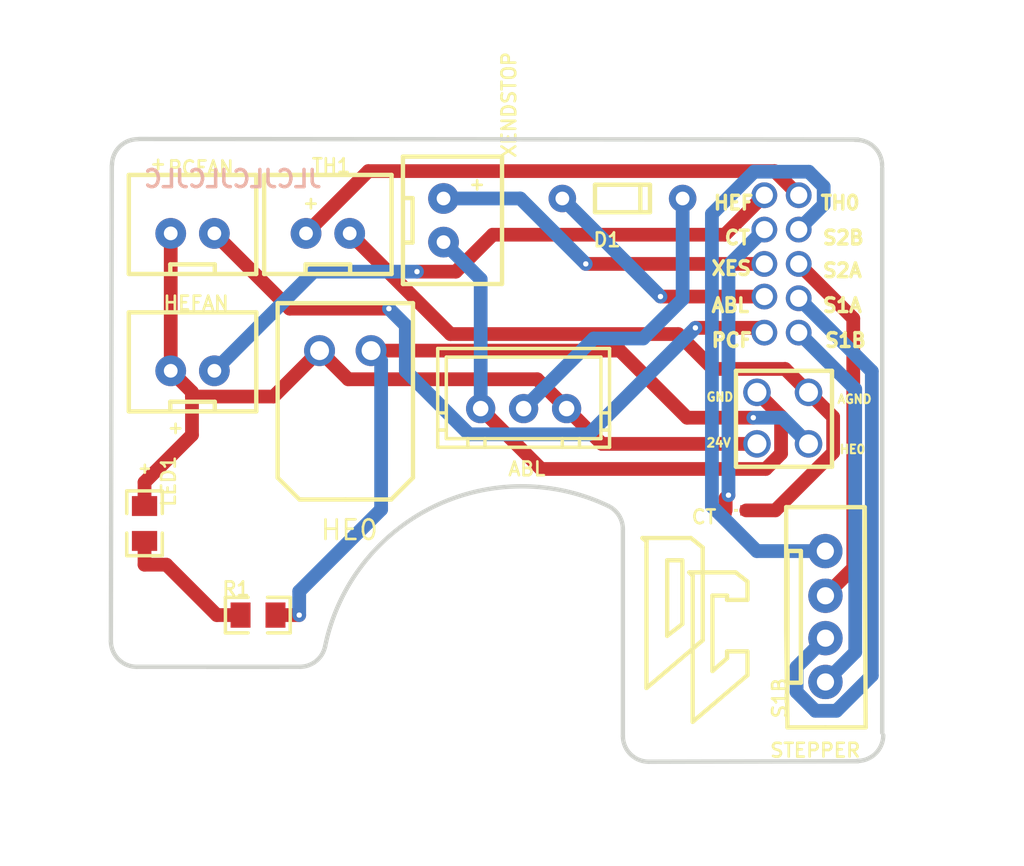
<source format=kicad_pcb>
(kicad_pcb (version 20171130) (host pcbnew "(5.1.9)-1")

  (general
    (thickness 1.6)
    (drawings 55)
    (tracks 103)
    (zones 0)
    (modules 15)
    (nets 17)
  )

  (page A4)
  (layers
    (0 F.Cu signal)
    (31 B.Cu signal)
    (32 B.Adhes user)
    (33 F.Adhes user)
    (34 B.Paste user)
    (35 F.Paste user)
    (36 B.SilkS user)
    (37 F.SilkS user)
    (38 B.Mask user)
    (39 F.Mask user)
    (40 Dwgs.User user)
    (41 Cmts.User user)
    (42 Eco1.User user)
    (43 Eco2.User user)
    (44 Edge.Cuts user)
    (45 Margin user)
    (46 B.CrtYd user)
    (47 F.CrtYd user)
    (48 B.Fab user hide)
    (49 F.Fab user hide)
  )

  (setup
    (last_trace_width 0.25)
    (trace_clearance 0.2)
    (zone_clearance 0.508)
    (zone_45_only no)
    (trace_min 0.2)
    (via_size 0.8)
    (via_drill 0.4)
    (via_min_size 0.4)
    (via_min_drill 0.3)
    (uvia_size 0.3)
    (uvia_drill 0.1)
    (uvias_allowed no)
    (uvia_min_size 0.2)
    (uvia_min_drill 0.1)
    (edge_width 0.05)
    (segment_width 0.2)
    (pcb_text_width 0.3)
    (pcb_text_size 1.5 1.5)
    (mod_edge_width 0.12)
    (mod_text_size 1 1)
    (mod_text_width 0.15)
    (pad_size 1.524 1.524)
    (pad_drill 0.762)
    (pad_to_mask_clearance 0)
    (aux_axis_origin 0 0)
    (visible_elements FFFFFF7F)
    (pcbplotparams
      (layerselection 0x010fc_ffffffff)
      (usegerberextensions false)
      (usegerberattributes true)
      (usegerberadvancedattributes true)
      (creategerberjobfile true)
      (excludeedgelayer true)
      (linewidth 0.100000)
      (plotframeref false)
      (viasonmask false)
      (mode 1)
      (useauxorigin false)
      (hpglpennumber 1)
      (hpglpenspeed 20)
      (hpglpendiameter 15.000000)
      (psnegative false)
      (psa4output false)
      (plotreference true)
      (plotvalue true)
      (plotinvisibletext false)
      (padsonsilk false)
      (subtractmaskfromsilk false)
      (outputformat 1)
      (mirror false)
      (drillshape 1)
      (scaleselection 1)
      (outputdirectory ""))
  )

  (net 0 "")
  (net 1 24V)
  (net 2 ABLSIGNALMCU)
  (net 3 ABLSIGNALPROBE)
  (net 4 AGND)
  (net 5 CHT)
  (net 6 FAN2GND)
  (net 7 GND)
  (net 8 HEATER1GND)
  (net 9 HEFANGND)
  (net 10 LED1_2)
  (net 11 STEPPER1A)
  (net 12 STEPPER1B)
  (net 13 STEPPER2A)
  (net 14 STEPPER2B)
  (net 15 TH1)
  (net 16 XENDSTOPSIGNAL)

  (net_class Default "This is the default net class."
    (clearance 0.2)
    (trace_width 0.25)
    (via_dia 0.8)
    (via_drill 0.4)
    (uvia_dia 0.3)
    (uvia_drill 0.1)
    (add_net 24V)
    (add_net ABLSIGNALMCU)
    (add_net ABLSIGNALPROBE)
    (add_net AGND)
    (add_net CHT)
    (add_net FAN2GND)
    (add_net GND)
    (add_net HEATER1GND)
    (add_net HEFANGND)
    (add_net LED1_2)
    (add_net STEPPER1A)
    (add_net STEPPER1B)
    (add_net STEPPER2A)
    (add_net STEPPER2B)
    (add_net TH1)
    (add_net XENDSTOPSIGNAL)
  )

  (module easyeda:MICROFIT_2X1_WITHHOLE (layer F.Cu) (tedit 0) (tstamp 0)
    (at 75.819 30.988 180)
    (fp_text reference HE0 (at 1.524 -8.128) (layer F.SilkS)
      (effects (font (size 1.143 1.143) (thickness 0.152)) (justify left))
    )
    (fp_text value MicroFit_1x2 (at 10.363 -7.762) (layer F.Fab) hide
      (effects (font (size 1.143 1.143) (thickness 0.152)) (justify left))
    )
    (fp_line (start -3.937 -5.08) (end -3.937 5.08) (layer F.SilkS) (width 0.254))
    (fp_line (start -2.667 -6.35) (end -3.937 -5.08) (layer F.SilkS) (width 0.254))
    (fp_line (start -2.54 -6.35) (end -2.667 -6.35) (layer F.SilkS) (width 0.254))
    (fp_line (start 0 -6.35) (end -2.54 -6.35) (layer F.SilkS) (width 0.254))
    (fp_line (start 3.937 5.08) (end -3.937 5.08) (layer F.SilkS) (width 0.254))
    (fp_line (start 3.937 -5.08) (end 3.937 5.08) (layer F.SilkS) (width 0.254))
    (fp_line (start 2.667 -6.35) (end 3.937 -5.08) (layer F.SilkS) (width 0.254))
    (fp_line (start 2.54 -6.35) (end 2.667 -6.35) (layer F.SilkS) (width 0.254))
    (fp_line (start 0 -6.35) (end 2.54 -6.35) (layer F.SilkS) (width 0.254))
    (fp_text user ggef4ebd71046d0f599 (at 0 0) (layer Cmts.User)
      (effects (font (size 1 1) (thickness 0.15)))
    )
    (pad "" np_thru_hole circle (at 0 -2.032) (size 3 3) (drill 3) (layers *.Cu *.Mask))
    (pad 2 thru_hole circle (at 1.5 2.318 180) (size 1.8 1.8) (drill 1.1) (layers *.Cu *.Paste *.Mask)
      (net 1 24V))
    (pad 1 thru_hole circle (at -1.5 2.318 180) (size 1.8 1.8) (drill 1.1) (layers *.Cu *.Paste *.Mask)
      (net 8 HEATER1GND))
  )

  (module easyeda:JST-XH-02-ROUND_PAD (layer F.Cu) (tedit 0) (tstamp 0)
    (at 74.803 21.844)
    (fp_text reference TH1 (at -1.016 -3.937) (layer F.SilkS)
      (effects (font (size 0.8 0.8) (thickness 0.152)) (justify left))
    )
    (fp_text value + (at -1.524 -1.778) (layer F.SilkS)
      (effects (font (size 0.708 0.708) (thickness 0.152)) (justify left))
    )
    (fp_line (start 1.295 1.803) (end 1.295 2.311) (layer F.SilkS) (width 0.254))
    (fp_line (start -1.295 1.803) (end 1.295 1.803) (layer F.SilkS) (width 0.254))
    (fp_line (start -1.295 2.311) (end -1.295 1.803) (layer F.SilkS) (width 0.254))
    (fp_line (start -3.708 2.362) (end 3.708 2.362) (layer F.SilkS) (width 0.254))
    (fp_line (start -3.708 -3.404) (end -3.708 2.362) (layer F.SilkS) (width 0.254))
    (fp_line (start 3.708 -3.404) (end -3.708 -3.404) (layer F.SilkS) (width 0.254))
    (fp_line (start 3.708 2.362) (end 3.708 -3.404) (layer F.SilkS) (width 0.254))
    (fp_text user ggefe48a2436c64fbc8 (at 0 0) (layer Cmts.User)
      (effects (font (size 1 1) (thickness 0.15)))
    )
    (pad 2 thru_hole circle (at 1.27 0 90) (size 1.788 1.788) (drill 0.8) (layers *.Cu *.Paste *.Mask)
      (net 4 AGND))
    (pad 1 thru_hole circle (at -1.27 0 90) (size 1.788 1.788) (drill 0.8) (layers *.Cu *.Paste *.Mask)
      (net 15 TH1))
  )

  (module easyeda:MICROFIT_2X2_NOHOLE (layer F.Cu) (tedit 0) (tstamp 0)
    (at 101.346 32.639)
    (fp_text reference J1 (at 0 -3.81) (layer F.SilkS) hide
      (effects (font (size 1.143 1.143) (thickness 0.152)) (justify left))
    )
    (fp_text value MICROFIT-4 (at 0 -5.588) (layer F.Fab) hide
      (effects (font (size 1.143 1.143) (thickness 0.152)) (justify left))
    )
    (fp_line (start -2.794 2.794) (end -2.794 -2.794) (layer F.SilkS) (width 0.254))
    (fp_line (start 2.794 2.794) (end -2.794 2.794) (layer F.SilkS) (width 0.254))
    (fp_line (start 2.794 -2.794) (end 2.794 2.794) (layer F.SilkS) (width 0.254))
    (fp_line (start -2.794 -2.794) (end 2.794 -2.794) (layer F.SilkS) (width 0.254))
    (fp_text user ggeee699317dc246521 (at 0 0) (layer Cmts.User)
      (effects (font (size 1 1) (thickness 0.15)))
    )
    (pad 4 thru_hole circle (at -1.572 -1.54) (size 1.6 1.6) (drill oval 1.1) (layers *.Cu *.Paste *.Mask)
      (net 7 GND))
    (pad 3 thru_hole circle (at 1.428 -1.54) (size 1.6 1.6) (drill oval 1.1) (layers *.Cu *.Paste *.Mask)
      (net 4 AGND))
    (pad 2 thru_hole circle (at -1.572 1.46) (size 1.6 1.6) (drill oval 1.1) (layers *.Cu *.Paste *.Mask)
      (net 1 24V))
    (pad 1 thru_hole circle (at 1.428 1.46) (size 1.6 1.6) (drill oval 1.1) (layers *.Cu *.Paste *.Mask)
      (net 8 HEATER1GND))
  )

  (module easyeda:DO-34_BD1.6-L3.0-P7.00-D0.6-RD (layer F.Cu) (tedit 0) (tstamp 0)
    (at 91.948 19.812 180)
    (fp_text reference D1 (at 1.778 -2.413) (layer F.SilkS)
      (effects (font (size 0.8 0.8) (thickness 0.152)) (justify left))
    )
    (fp_text value BAT85 (at 5.113 -4.263) (layer F.Fab) hide
      (effects (font (size 1.143 1.143) (thickness 0.152)) (justify left))
    )
    (fp_line (start -1.037 -0.8) (end -1.037 0.8) (layer F.SilkS) (width 0.254))
    (fp_line (start 1.6 -0.8) (end 1.6 0.8) (layer F.SilkS) (width 0.254))
    (fp_line (start -1.6 -0.8) (end -1.6 0.8) (layer F.SilkS) (width 0.254))
    (fp_line (start -1.6 0.8) (end 1.6 0.8) (layer F.SilkS) (width 0.254))
    (fp_line (start -1.6 -0.8) (end 1.6 -0.8) (layer F.SilkS) (width 0.254))
    (fp_text user gge4ef009a047743e03 (at 0 0) (layer Cmts.User)
      (effects (font (size 1 1) (thickness 0.15)))
    )
    (pad 1 thru_hole circle (at -3.5 0 180) (size 1.6 1.6) (drill 0.8) (layers *.Cu *.Paste *.Mask)
      (net 3 ABLSIGNALPROBE))
    (pad 2 thru_hole circle (at 3.5 0 180) (size 1.6 1.6) (drill 0.8) (layers *.Cu *.Paste *.Mask)
      (net 2 ABLSIGNALMCU))
  )

  (module easyeda:0805-LED (layer F.Cu) (tedit 0) (tstamp 0)
    (at 64.135 37.719 270)
    (attr smd)
    (fp_text reference LED1 (at 0.127 -1.397 270) (layer F.SilkS)
      (effects (font (size 0.8 0.8) (thickness 0.152)) (justify left))
    )
    (fp_text value + (at -1.701 0.022 270) (layer F.SilkS)
      (effects (font (size 0.6 0.6) (thickness 0.25)) (justify left))
    )
    (fp_line (start -0.881 -1.035) (end 0.439 -1.035) (layer F.SilkS) (width 0.2))
    (fp_line (start -0.881 1.035) (end -0.881 -1.035) (layer F.SilkS) (width 0.2))
    (fp_line (start 0.439 1.035) (end -0.881 1.035) (layer F.SilkS) (width 0.2))
    (fp_line (start 2.891 -1.034) (end 1.572 -1.034) (layer F.SilkS) (width 0.2))
    (fp_line (start 2.891 1.036) (end 2.891 -1.034) (layer F.SilkS) (width 0.2))
    (fp_line (start 1.572 1.036) (end 2.891 1.036) (layer F.SilkS) (width 0.2))
    (fp_text user ggefd2219fa77622ef7 (at 0 0) (layer Cmts.User)
      (effects (font (size 1 1) (thickness 0.15)))
    )
    (pad 1 smd rect (at 0 0 270) (size 1.16 1.47) (layers F.Cu F.Paste F.Mask)
      (net 1 24V))
    (pad 2 smd rect (at 2.032 0 270) (size 1.16 1.47) (layers F.Cu F.Paste F.Mask)
      (net 10 LED1_2))
  )

  (module "easyeda:RESISTOR 0805" (layer F.Cu) (tedit 0) (tstamp 0)
    (at 69.723 44.069)
    (attr smd)
    (fp_text reference R1 (at -1.143 -1.524) (layer F.SilkS)
      (effects (font (size 0.8 0.8) (thickness 0.152)) (justify left))
    )
    (fp_text value 1.5K (at 0.762 -3.302) (layer F.Fab) hide
      (effects (font (size 1.143 1.143) (thickness 0.152)) (justify left))
    )
    (fp_line (start -0.881 -1.035) (end 0.439 -1.035) (layer F.SilkS) (width 0.2))
    (fp_line (start -0.881 1.035) (end -0.881 -1.035) (layer F.SilkS) (width 0.2))
    (fp_line (start 0.439 1.035) (end -0.881 1.035) (layer F.SilkS) (width 0.2))
    (fp_line (start 2.891 -1.035) (end 1.571 -1.035) (layer F.SilkS) (width 0.2))
    (fp_line (start 2.891 1.035) (end 2.891 -1.035) (layer F.SilkS) (width 0.2))
    (fp_line (start 1.571 1.035) (end 2.891 1.035) (layer F.SilkS) (width 0.2))
    (fp_text user ggea1ae803c83a174b5 (at 0 0) (layer Cmts.User)
      (effects (font (size 1 1) (thickness 0.15)))
    )
    (pad 1 smd rect (at 0 0) (size 1.16 1.47) (layers F.Cu F.Paste F.Mask)
      (net 10 LED1_2))
    (pad 2 smd rect (at 2.032 0) (size 1.16 1.47) (layers F.Cu F.Paste F.Mask)
      (net 8 HEATER1GND))
  )

  (module easyeda:0402 (layer F.Cu) (tedit 0) (tstamp 0)
    (at 98.552 37.973)
    (attr smd)
    (fp_text reference CT (at -2.667 0.381) (layer F.SilkS)
      (effects (font (size 0.8 0.8) (thickness 0.152)) (justify left))
    )
    (fp_text value "Chamber Temp" (at 0 -2.54) (layer F.Fab) hide
      (effects (font (size 1.143 1.143) (thickness 0.152)) (justify left))
    )
    (fp_poly (pts (xy -0.12 0.08) (xy 0.12 0.08) (xy 0.12 -0.08) (xy -0.12 -0.08)) (layer F.SilkS) (width 0))
    (fp_line (start -0.947 0.292) (end -0.947 -0.3) (layer Cmts.User) (width 0.127))
    (fp_line (start 0.94 0.292) (end -0.947 0.292) (layer Cmts.User) (width 0.127))
    (fp_line (start 0.94 -0.3) (end 0.94 0.292) (layer Cmts.User) (width 0.127))
    (fp_line (start -0.947 -0.3) (end 0.94 -0.3) (layer Cmts.User) (width 0.127))
    (fp_line (start -0.6 0) (end 0.6 0) (layer Cmts.User) (width 0.127))
    (fp_text user gge76554800a92e888b (at 0 0) (layer Cmts.User)
      (effects (font (size 1 1) (thickness 0.15)))
    )
    (pad 1 smd rect (at -0.6 0) (size 0.7 0.6) (layers F.Cu F.Paste F.Mask)
      (net 5 CHT))
    (pad 2 smd rect (at 0.6 0) (size 0.7 0.6) (layers F.Cu F.Paste F.Mask)
      (net 4 AGND))
  )

  (module easyeda:JST-XH-02-ROUND_PAD (layer F.Cu) (tedit 0) (tstamp 0)
    (at 66.929 29.845)
    (fp_text reference HEFAN (at -1.778 -3.937) (layer F.SilkS)
      (effects (font (size 0.8 0.8) (thickness 0.152)) (justify left))
    )
    (fp_text value + (at -1.524 3.302) (layer F.SilkS)
      (effects (font (size 0.708 0.708) (thickness 0.152)) (justify left))
    )
    (fp_line (start 1.295 1.803) (end 1.295 2.311) (layer F.SilkS) (width 0.254))
    (fp_line (start -1.295 1.803) (end 1.295 1.803) (layer F.SilkS) (width 0.254))
    (fp_line (start -1.295 2.311) (end -1.295 1.803) (layer F.SilkS) (width 0.254))
    (fp_line (start -3.708 2.362) (end 3.708 2.362) (layer F.SilkS) (width 0.254))
    (fp_line (start -3.708 -3.404) (end -3.708 2.362) (layer F.SilkS) (width 0.254))
    (fp_line (start 3.708 -3.404) (end -3.708 -3.404) (layer F.SilkS) (width 0.254))
    (fp_line (start 3.708 2.362) (end 3.708 -3.404) (layer F.SilkS) (width 0.254))
    (fp_text user gge1e34443bcdd388ee (at 0 0) (layer Cmts.User)
      (effects (font (size 1 1) (thickness 0.15)))
    )
    (pad 2 thru_hole circle (at 1.27 0 90) (size 1.788 1.788) (drill 0.8) (layers *.Cu *.Paste *.Mask)
      (net 9 HEFANGND))
    (pad 1 thru_hole circle (at -1.27 0 90) (size 1.788 1.788) (drill 0.8) (layers *.Cu *.Paste *.Mask)
      (net 1 24V))
  )

  (module easyeda:JST-XH-02-ROUND_PAD (layer F.Cu) (tedit 0) (tstamp 0)
    (at 66.929 21.844)
    (fp_text reference PCFAN (at -1.524 -3.81) (layer F.SilkS)
      (effects (font (size 0.8 0.8) (thickness 0.152)) (justify left))
    )
    (fp_text value + (at -2.54 -4.064) (layer F.SilkS)
      (effects (font (size 0.708 0.708) (thickness 0.152)) (justify left))
    )
    (fp_line (start 1.295 1.803) (end 1.295 2.311) (layer F.SilkS) (width 0.254))
    (fp_line (start -1.295 1.803) (end 1.295 1.803) (layer F.SilkS) (width 0.254))
    (fp_line (start -1.295 2.311) (end -1.295 1.803) (layer F.SilkS) (width 0.254))
    (fp_line (start -3.708 2.362) (end 3.708 2.362) (layer F.SilkS) (width 0.254))
    (fp_line (start -3.708 -3.404) (end -3.708 2.362) (layer F.SilkS) (width 0.254))
    (fp_line (start 3.708 -3.404) (end -3.708 -3.404) (layer F.SilkS) (width 0.254))
    (fp_line (start 3.708 2.362) (end 3.708 -3.404) (layer F.SilkS) (width 0.254))
    (fp_text user ggeb158261a6b082881 (at 0 0) (layer Cmts.User)
      (effects (font (size 1 1) (thickness 0.15)))
    )
    (pad 2 thru_hole circle (at 1.27 0 90) (size 1.788 1.788) (drill 0.8) (layers *.Cu *.Paste *.Mask)
      (net 6 FAN2GND))
    (pad 1 thru_hole circle (at -1.27 0 90) (size 1.788 1.788) (drill 0.8) (layers *.Cu *.Paste *.Mask)
      (net 1 24V))
  )

  (module easyeda:JST-XH-02-ROUND_PAD (layer F.Cu) (tedit 0) (tstamp 0)
    (at 81.534 21.082 270)
    (fp_text reference XENDSTOP (at -3.556 -3.81 270) (layer F.SilkS)
      (effects (font (size 0.8 0.8) (thickness 0.152)) (justify left))
    )
    (fp_text value + (at -1.524 -1.905 270) (layer F.SilkS)
      (effects (font (size 0.708 0.708) (thickness 0.152)) (justify left))
    )
    (fp_line (start 1.295 1.803) (end 1.295 2.311) (layer F.SilkS) (width 0.254))
    (fp_line (start -1.295 1.803) (end 1.295 1.803) (layer F.SilkS) (width 0.254))
    (fp_line (start -1.295 2.311) (end -1.295 1.803) (layer F.SilkS) (width 0.254))
    (fp_line (start -3.708 2.362) (end 3.708 2.362) (layer F.SilkS) (width 0.254))
    (fp_line (start -3.708 -3.404) (end -3.708 2.362) (layer F.SilkS) (width 0.254))
    (fp_line (start 3.708 -3.404) (end -3.708 -3.404) (layer F.SilkS) (width 0.254))
    (fp_line (start 3.708 2.362) (end 3.708 -3.404) (layer F.SilkS) (width 0.254))
    (fp_text user gge958073759f201d47 (at 0 0) (layer Cmts.User)
      (effects (font (size 1 1) (thickness 0.15)))
    )
    (pad 2 thru_hole circle (at 1.27 0) (size 1.788 1.788) (drill 0.8) (layers *.Cu *.Paste *.Mask)
      (net 7 GND))
    (pad 1 thru_hole circle (at -1.27 0) (size 1.788 1.788) (drill 0.8) (layers *.Cu *.Paste *.Mask)
      (net 16 XENDSTOPSIGNAL))
  )

  (module easyeda:JST-XH04 (layer F.Cu) (tedit 0) (tstamp 0)
    (at 103.759 48.006 90)
    (fp_text reference STEPPER (at -3.937 -3.302) (layer F.SilkS)
      (effects (font (size 0.8 0.8) (thickness 0.152)) (justify left))
    )
    (fp_text value S1B (at -2.159 -2.667 90) (layer F.SilkS)
      (effects (font (size 0.8 0.8) (thickness 0.152)) (justify left))
    )
    (fp_line (start 0 -1.43) (end 0 -2.21) (layer F.SilkS) (width 0.254))
    (fp_line (start 7.67 -1.43) (end 0 -1.43) (layer F.SilkS) (width 0.254))
    (fp_line (start 7.67 -2.21) (end 7.67 -1.43) (layer F.SilkS) (width 0.254))
    (fp_line (start 0 -2.21) (end 7.67 -2.21) (layer F.SilkS) (width 0.254))
    (fp_line (start -2.6 -2.21) (end 3.109 -2.286) (layer F.SilkS) (width 0.254))
    (fp_line (start -2.6 0) (end -2.6 -2.21) (layer F.SilkS) (width 0.254))
    (fp_line (start -2.6 2.34) (end -2.6 0) (layer F.SilkS) (width 0.254))
    (fp_line (start 10.221 2.286) (end -2.6 2.34) (layer F.SilkS) (width 0.254))
    (fp_line (start 10.221 -2.286) (end 10.221 2.286) (layer F.SilkS) (width 0.254))
    (fp_line (start 3.109 -2.286) (end 10.221 -2.286) (layer F.SilkS) (width 0.254))
    (fp_text user gge37be7a154661f407 (at 0 0) (layer Cmts.User)
      (effects (font (size 1 1) (thickness 0.15)))
    )
    (pad 2 thru_hole circle (at 5.062 0 90) (size 2 2) (drill 1) (layers *.Cu *.Paste *.Mask)
      (net 13 STEPPER2A))
    (pad 1 thru_hole circle (at 7.663 -0.008 90) (size 2 2) (drill 1) (layers *.Cu *.Paste *.Mask)
      (net 14 STEPPER2B))
    (pad 3 thru_hole circle (at 2.593 0 90) (size 2 2) (drill 1) (layers *.Cu *.Paste *.Mask)
      (net 11 STEPPER1A))
    (pad 4 thru_hole circle (at 0.043 0 90) (size 2 2) (drill 1) (layers *.Cu *.Paste *.Mask)
      (net 12 STEPPER1B))
  )

  (module easyeda:JST-XH-03-PACKAGE-LONG-PAD (layer F.Cu) (tedit 0) (tstamp 0)
    (at 86.233 31.496 90)
    (fp_text reference ABL (at -4.064 -1.016) (layer F.SilkS)
      (effects (font (size 0.8 0.8) (thickness 0.152)) (justify left))
    )
    (fp_text value "ABL Sensor (Optional)" (at 0 -7.366 90) (layer F.Fab) hide
      (effects (font (size 1.143 1.143) (thickness 0.152)) (justify left))
    )
    (fp_line (start -2.299 2.212) (end -2.799 2.212) (layer F.SilkS) (width 0.2))
    (fp_line (start -2.299 3.212) (end -2.799 3.212) (layer F.SilkS) (width 0.2))
    (fp_line (start -2.299 -2.288) (end -2.799 -2.288) (layer F.SilkS) (width 0.2))
    (fp_line (start -2.3 -3.288) (end -2.799 -3.288) (layer F.SilkS) (width 0.2))
    (fp_line (start -0.799 -4.538) (end -0.799 -5.038) (layer F.SilkS) (width 0.2))
    (fp_line (start -1.799 -4.538) (end -1.799 -5.038) (layer F.SilkS) (width 0.2))
    (fp_line (start -0.799 4.462) (end -0.799 4.962) (layer F.SilkS) (width 0.2))
    (fp_line (start -1.799 4.962) (end -1.549 4.962) (layer F.SilkS) (width 0.2))
    (fp_line (start -1.799 4.462) (end -1.799 4.962) (layer F.SilkS) (width 0.2))
    (fp_line (start -2.3 -4.537) (end -2.3 4.462) (layer F.SilkS) (width 0.2))
    (fp_line (start 2.45 -4.537) (end -2.3 -4.537) (layer F.SilkS) (width 0.2))
    (fp_line (start 2.45 4.462) (end 2.45 -4.537) (layer F.SilkS) (width 0.2))
    (fp_line (start -2.3 4.462) (end 2.45 4.462) (layer F.SilkS) (width 0.2))
    (fp_line (start 2.951 4.962) (end -2.8 4.962) (layer F.SilkS) (width 0.2))
    (fp_line (start 2.951 -5.038) (end 2.951 4.962) (layer F.SilkS) (width 0.2))
    (fp_line (start -2.8 -5.038) (end 2.951 -5.038) (layer F.SilkS) (width 0.2))
    (fp_line (start -2.8 4.962) (end -2.8 -5.038) (layer F.SilkS) (width 0.2))
    (fp_text user ggefd330b1980a3f377 (at 0 0) (layer Cmts.User)
      (effects (font (size 1 1) (thickness 0.15)))
    )
    (pad 1 thru_hole circle (at -0.55 2.463 90) (size 1.7 1.7) (drill 0.9) (layers *.Cu *.Paste *.Mask)
      (net 1 24V))
    (pad 2 thru_hole circle (at -0.55 -0.039 90) (size 1.7 1.7) (drill 0.9) (layers *.Cu *.Paste *.Mask)
      (net 3 ABLSIGNALPROBE))
    (pad 3 thru_hole circle (at -0.55 -2.538 90) (size 1.7 1.7) (drill 0.9) (layers *.Cu *.Paste *.Mask)
      (net 7 GND))
  )

  (module "easyeda:2MM PITCH PS2 CONT 2X5" (layer F.Cu) (tedit 0) (tstamp 0)
    (at 100.203 23.622 90)
    (fp_text reference U1 (at -0.127 -1.016 90) (layer F.SilkS) hide
      (effects (font (size 1.143 1.143) (thickness 0.152)) (justify left))
    )
    (fp_text value "2x5 2mm pitch" (at -0.127 -2.794 90) (layer F.Fab) hide
      (effects (font (size 1.143 1.143) (thickness 0.152)) (justify left))
    )
    (fp_text user gge1ddf12a422a56a0b (at 0 0) (layer Cmts.User)
      (effects (font (size 1 1) (thickness 0.15)))
    )
    (pad 1 thru_hole circle (at -4 0 90) (size 1.5 1.5) (drill 1) (layers *.Cu *.Paste *.Mask)
      (net 6 FAN2GND))
    (pad 2 thru_hole circle (at -1.9 0 90) (size 1.5 1.5) (drill 1) (layers *.Cu *.Paste *.Mask)
      (net 2 ABLSIGNALMCU))
    (pad 3 thru_hole circle (at 0 0 90) (size 1.5 1.5) (drill 1) (layers *.Cu *.Paste *.Mask)
      (net 16 XENDSTOPSIGNAL))
    (pad 4 thru_hole circle (at 2 0 90) (size 1.5 1.5) (drill 1) (layers *.Cu *.Paste *.Mask)
      (net 5 CHT))
    (pad 5 thru_hole circle (at 4 0 90) (size 1.5 1.5) (drill 1) (layers *.Cu *.Paste *.Mask)
      (net 9 HEFANGND))
    (pad 7 thru_hole circle (at 2 2 90) (size 1.5 1.5) (drill 1) (layers *.Cu *.Paste *.Mask)
      (net 14 STEPPER2B))
    (pad 8 thru_hole circle (at 0 2 90) (size 1.5 1.5) (drill 1) (layers *.Cu *.Paste *.Mask)
      (net 13 STEPPER2A))
    (pad 6 thru_hole circle (at 4 2 90) (size 1.5 1.5) (drill 1) (layers *.Cu *.Paste *.Mask)
      (net 15 TH1))
    (pad 9 thru_hole circle (at -2 2 90) (size 1.5 1.5) (drill 1) (layers *.Cu *.Paste *.Mask)
      (net 11 STEPPER1A))
    (pad 10 thru_hole circle (at -4 2 90) (size 1.5 1.5) (drill 1) (layers *.Cu *.Paste *.Mask)
      (net 12 STEPPER1B))
  )

  (module AutoGenerated:MountingHole_3.10mm (layer F.Cu) (tedit 0) (tstamp 0)
    (at 69.977 39.624)
    (attr virtual)
    (fp_text reference "" (at 0 0) (layer F.SilkS)
      (effects (font (size 1.27 1.27) (thickness 0.15)))
    )
    (fp_text value "" (at 0 0) (layer F.SilkS)
      (effects (font (size 1.27 1.27) (thickness 0.15)))
    )
    (pad "" np_thru_hole circle (at 0 0) (size 3.1 3.1) (drill 3.1) (layers *.Cu *.Mask))
  )

  (module AutoGenerated:MountingHole_3.10mm (layer F.Cu) (tedit 0) (tstamp 0)
    (at 87.813 25.292)
    (attr virtual)
    (fp_text reference "" (at 0 0) (layer F.SilkS)
      (effects (font (size 1.27 1.27) (thickness 0.15)))
    )
    (fp_text value "" (at 0 0) (layer F.SilkS)
      (effects (font (size 1.27 1.27) (thickness 0.15)))
    )
    (pad "" np_thru_hole circle (at 0 0) (size 3.1 3.1) (drill 3.1) (layers *.Cu *.Mask))
  )

  (gr_line (start 62.23 17.907) (end 62.177 45.579) (layer Edge.Cuts) (width 0.254))
  (gr_line (start 107.061 50.927) (end 107.061 18.034) (layer Edge.Cuts) (width 0.254))
  (gr_line (start 105.663 16.381) (end 63.803 16.347) (layer Edge.Cuts) (width 0.254))
  (gr_line (start 93.472 52.606) (end 105.664 52.578) (layer Edge.Cuts) (width 0.254))
  (gr_line (start 91.972 39.066) (end 91.972 51.106) (layer Edge.Cuts) (width 0.254))
  (gr_line (start 63.677 47.079) (end 73.175 47.079) (layer Edge.Cuts) (width 0.254))
  (gr_line (start 67.777 47.079) (end 71.931 47.079) (layer Edge.Cuts) (width 0.254))
  (gr_line (start 93.345 40.132) (end 93.345 48.316) (layer F.SilkS) (width 0.25))
  (gr_line (start 93.345 48.316) (end 96.616 45.534) (layer F.SilkS) (width 0.25))
  (gr_line (start 96.616 45.534) (end 96.616 40.132) (layer F.SilkS) (width 0.25))
  (gr_line (start 96.616 40.132) (end 95.933 39.582) (layer F.SilkS) (width 0.25))
  (gr_line (start 95.933 39.582) (end 93.109 39.582) (layer F.SilkS) (width 0.25))
  (gr_line (start 93.109 39.582) (end 93.349 39.776) (layer F.SilkS) (width 0.25))
  (gr_line (start 93.349 39.776) (end 93.345 40.132) (layer F.SilkS) (width 0.25))
  (gr_line (start 94.549 45.276) (end 94.549 40.876) (layer F.SilkS) (width 0.25))
  (gr_line (start 94.549 40.876) (end 95.433 40.882) (layer F.SilkS) (width 0.25))
  (gr_line (start 95.433 40.882) (end 95.433 44.588) (layer F.SilkS) (width 0.25))
  (gr_line (start 95.433 44.588) (end 94.549 45.276) (layer F.SilkS) (width 0.25))
  (gr_line (start 98.533 41.582) (end 95.833 41.582) (layer F.SilkS) (width 0.25))
  (gr_line (start 95.833 41.582) (end 96.033 41.782) (layer F.SilkS) (width 0.25))
  (gr_line (start 96.033 41.782) (end 96.033 50.282) (layer F.SilkS) (width 0.25))
  (gr_line (start 96.033 50.282) (end 99.22 47.569) (layer F.SilkS) (width 0.25))
  (gr_line (start 99.22 47.569) (end 99.22 46.182) (layer F.SilkS) (width 0.25))
  (gr_line (start 99.22 46.182) (end 98.033 46.182) (layer F.SilkS) (width 0.25))
  (gr_line (start 98.033 46.182) (end 98.033 46.582) (layer F.SilkS) (width 0.25))
  (gr_line (start 98.033 46.582) (end 97.183 47.328) (layer F.SilkS) (width 0.25))
  (gr_line (start 97.183 47.328) (end 97.183 42.932) (layer F.SilkS) (width 0.25))
  (gr_line (start 97.183 42.932) (end 98.033 42.932) (layer F.SilkS) (width 0.25))
  (gr_line (start 98.033 42.932) (end 98.033 43.182) (layer F.SilkS) (width 0.25))
  (gr_line (start 98.033 43.182) (end 99.22 43.182) (layer F.SilkS) (width 0.25))
  (gr_line (start 99.22 43.182) (end 99.22 42.117) (layer F.SilkS) (width 0.25))
  (gr_line (start 99.22 42.117) (end 98.533 41.582) (layer F.SilkS) (width 0.25))
  (gr_text JLCJLCJLCJLC (at 74.549 18.669) (layer B.SilkS)
    (effects (font (size 1 1) (thickness 0.203)) (justify left mirror))
  )
  (gr_text HE0 (at 104.521 34.417) (layer F.SilkS)
    (effects (font (size 0.5 0.5) (thickness 0.203)) (justify left))
  )
  (gr_text AGND (at 104.394 31.496) (layer F.SilkS)
    (effects (font (size 0.5 0.5) (thickness 0.203)) (justify left))
  )
  (gr_text 24V (at 96.774 34.036) (layer F.SilkS)
    (effects (font (size 0.5 0.5) (thickness 0.203)) (justify left))
  )
  (gr_text GND (at 96.774 31.369) (layer F.SilkS)
    (effects (font (size 0.5 0.5) (thickness 0.203)) (justify left))
  )
  (gr_text PCF (at 97.028 28.067) (layer F.SilkS)
    (effects (font (size 0.8 0.8) (thickness 0.203)) (justify left))
  )
  (gr_text ABL (at 97.028 26.035) (layer F.SilkS)
    (effects (font (size 0.8 0.8) (thickness 0.203)) (justify left))
  )
  (gr_text XES (at 97.028 23.876) (layer F.SilkS)
    (effects (font (size 0.8 0.8) (thickness 0.203)) (justify left))
  )
  (gr_text CT (at 97.79 22.098) (layer F.SilkS)
    (effects (font (size 0.8 0.8) (thickness 0.203)) (justify left))
  )
  (gr_text HEF (at 97.155 20.066) (layer F.SilkS)
    (effects (font (size 0.8 0.8) (thickness 0.203)) (justify left))
  )
  (gr_text TH0 (at 103.378 20.066) (layer F.SilkS)
    (effects (font (size 0.8 0.8) (thickness 0.203)) (justify left))
  )
  (gr_text S1B (at 103.632 28.067) (layer F.SilkS)
    (effects (font (size 0.8 0.8) (thickness 0.203)) (justify left))
  )
  (gr_text S1A (at 103.505 26.035) (layer F.SilkS)
    (effects (font (size 0.8 0.8) (thickness 0.203)) (justify left))
  )
  (gr_text S2A (at 103.505 24.003) (layer F.SilkS)
    (effects (font (size 0.8 0.8) (thickness 0.203)) (justify left))
  )
  (gr_text S2B (at 103.505 22.098) (layer F.SilkS)
    (effects (font (size 0.8 0.8) (thickness 0.203)) (justify left))
  )
  (gr_arc (start 86.082 48.251) (end 74.644 45.883) (angle 103.851) (layer Edge.Cuts) (width 0.254))
  (gr_arc (start 63.742 17.859) (end 62.242 17.859) (angle 90) (layer Edge.Cuts) (width 0.254))
  (gr_arc (start 105.555 17.899) (end 105.491 16.4) (angle 92.451) (layer Edge.Cuts) (width 0.254))
  (gr_arc (start 105.622 51.06) (end 107.122 51.06) (angle 90) (layer Edge.Cuts) (width 0.254))
  (gr_arc (start 93.472 51.106) (end 93.472 52.606) (angle 90.001) (layer Edge.Cuts) (width 0.254))
  (gr_arc (start 90.472 39.066) (end 91.119 37.713) (angle 64.452) (layer Edge.Cuts) (width 0.254))
  (gr_arc (start 73.175 45.579) (end 74.644 45.883) (angle 78.302) (layer Edge.Cuts) (width 0.254))
  (gr_arc (start 63.677 45.579) (end 63.677 47.079) (angle 90) (layer Edge.Cuts) (width 0.254))

  (segment (start 88.697 32.045) (end 90.749 34.1) (width 0.8) (layer F.Cu) (net 1))
  (segment (start 90.749 34.1) (end 99.774 34.1) (width 0.8) (layer F.Cu) (net 1))
  (segment (start 88.697 32.045) (end 86.987 30.338) (width 0.8) (layer F.Cu) (net 1))
  (segment (start 86.987 30.338) (end 75.987 30.338) (width 0.8) (layer F.Cu) (net 1))
  (segment (start 75.987 30.338) (end 74.318 28.669) (width 0.8) (layer F.Cu) (net 1))
  (segment (start 64.135 37.719) (end 64.135 36.337) (width 0.8) (layer F.Cu) (net 1))
  (segment (start 66.896 31.344) (end 71.646 31.344) (width 0.8) (layer F.Cu) (net 1))
  (segment (start 71.646 31.344) (end 74.318 28.669) (width 0.8) (layer F.Cu) (net 1))
  (segment (start 66.896 31.344) (end 66.896 33.579) (width 0.8) (layer F.Cu) (net 1))
  (segment (start 66.896 33.579) (end 64.135 36.337) (width 0.8) (layer F.Cu) (net 1))
  (segment (start 66.896 31.344) (end 66.896 31.082) (width 0.8) (layer F.Cu) (net 1))
  (segment (start 66.896 31.082) (end 65.659 29.845) (width 0.8) (layer F.Cu) (net 1))
  (segment (start 65.659 29.845) (end 65.659 21.844) (width 0.8) (layer F.Cu) (net 1))
  (segment (start 88.448 19.812) (end 94.158 25.522) (width 0.8) (layer B.Cu) (net 2))
  (segment (start 100.203 25.522) (end 94.158 25.522) (width 0.8) (layer F.Cu) (net 2))
  (via (at 94.158 25.522) (size 0.61) (drill 0.31) (layers F.Cu B.Cu) (net 2))
  (segment (start 86.195 32.045) (end 90.274 27.965) (width 0.8) (layer B.Cu) (net 3))
  (segment (start 90.274 27.965) (end 93.149 27.965) (width 0.8) (layer B.Cu) (net 3))
  (segment (start 93.149 27.965) (end 95.448 25.669) (width 0.8) (layer B.Cu) (net 3))
  (segment (start 95.448 25.669) (end 95.448 19.812) (width 0.8) (layer B.Cu) (net 3))
  (segment (start 99.151 37.973) (end 100.841 37.973) (width 0.8) (layer F.Cu) (net 4))
  (segment (start 100.841 37.973) (end 104.206 34.608) (width 0.8) (layer F.Cu) (net 4))
  (segment (start 104.206 34.608) (end 104.206 32.532) (width 0.8) (layer F.Cu) (net 4))
  (segment (start 104.206 32.532) (end 102.773 31.1) (width 0.8) (layer F.Cu) (net 4))
  (segment (start 102.773 31.1) (end 101.412 29.736) (width 0.8) (layer F.Cu) (net 4))
  (segment (start 101.412 29.736) (end 97.221 29.736) (width 0.8) (layer F.Cu) (net 4))
  (segment (start 97.221 29.736) (end 95.192 27.706) (width 0.8) (layer F.Cu) (net 4))
  (segment (start 95.192 27.706) (end 81.935 27.706) (width 0.8) (layer F.Cu) (net 4))
  (segment (start 81.935 27.706) (end 76.073 21.844) (width 0.8) (layer F.Cu) (net 4))
  (segment (start 100.203 21.623) (end 98.115 23.711) (width 0.8) (layer B.Cu) (net 5))
  (segment (start 98.115 23.711) (end 98.115 37.087) (width 0.8) (layer B.Cu) (net 5))
  (segment (start 97.953 37.973) (end 97.953 37.249) (width 0.8) (layer F.Cu) (net 5))
  (segment (start 97.953 37.249) (end 98.115 37.087) (width 0.8) (layer F.Cu) (net 5))
  (via (at 98.115 37.087) (size 0.61) (drill 0.31) (layers F.Cu B.Cu) (net 5))
  (segment (start 96.19 27.343) (end 89.99 33.543) (width 0.8) (layer B.Cu) (net 6))
  (segment (start 89.99 33.543) (end 83.025 33.543) (width 0.8) (layer B.Cu) (net 6))
  (segment (start 83.025 33.543) (end 79.339 29.855) (width 0.8) (layer B.Cu) (net 6))
  (segment (start 79.339 29.855) (end 79.339 27.208) (width 0.8) (layer B.Cu) (net 6))
  (segment (start 79.339 27.208) (end 78.356 26.226) (width 0.8) (layer B.Cu) (net 6))
  (segment (start 100.203 27.623) (end 99.924 27.343) (width 0.8) (layer F.Cu) (net 6))
  (segment (start 99.924 27.343) (end 96.19 27.343) (width 0.8) (layer F.Cu) (net 6))
  (segment (start 78.356 26.226) (end 72.581 26.226) (width 0.8) (layer F.Cu) (net 6))
  (segment (start 72.581 26.226) (end 68.199 21.844) (width 0.8) (layer F.Cu) (net 6))
  (via (at 96.19 27.343) (size 0.61) (drill 0.31) (layers F.Cu B.Cu) (net 6))
  (via (at 78.356 26.226) (size 0.61) (drill 0.31) (layers F.Cu B.Cu) (net 6))
  (segment (start 83.696 32.045) (end 83.696 24.514) (width 0.8) (layer B.Cu) (net 7))
  (segment (start 83.696 24.514) (end 81.534 22.352) (width 0.8) (layer B.Cu) (net 7))
  (segment (start 99.774 31.1) (end 101.176 32.499) (width 0.8) (layer F.Cu) (net 7))
  (segment (start 101.176 32.499) (end 101.176 34.668) (width 0.8) (layer F.Cu) (net 7))
  (segment (start 101.176 34.668) (end 100.284 35.56) (width 0.8) (layer F.Cu) (net 7))
  (segment (start 100.284 35.56) (end 87.211 35.56) (width 0.8) (layer F.Cu) (net 7))
  (segment (start 87.211 35.56) (end 83.696 32.045) (width 0.8) (layer F.Cu) (net 7))
  (segment (start 77.32 28.669) (end 77.902 29.253) (width 0.8) (layer B.Cu) (net 8))
  (segment (start 77.902 29.253) (end 77.902 37.922) (width 0.8) (layer B.Cu) (net 8))
  (segment (start 77.902 37.922) (end 73.137 42.687) (width 0.8) (layer B.Cu) (net 8))
  (segment (start 73.137 42.687) (end 73.137 44.069) (width 0.8) (layer B.Cu) (net 8))
  (segment (start 102.773 34.1) (end 101.252 32.575) (width 0.8) (layer B.Cu) (net 8))
  (segment (start 101.252 32.575) (end 99.56 32.575) (width 0.8) (layer B.Cu) (net 8))
  (segment (start 71.755 44.069) (end 73.137 44.069) (width 0.8) (layer F.Cu) (net 8))
  (segment (start 77.32 28.669) (end 91.796 28.669) (width 0.8) (layer F.Cu) (net 8))
  (segment (start 91.796 28.669) (end 95.702 32.575) (width 0.8) (layer F.Cu) (net 8))
  (segment (start 95.702 32.575) (end 99.56 32.575) (width 0.8) (layer F.Cu) (net 8))
  (via (at 73.137 44.069) (size 0.61) (drill 0.31) (layers F.Cu B.Cu) (net 8))
  (via (at 99.56 32.575) (size 0.61) (drill 0.31) (layers F.Cu B.Cu) (net 8))
  (segment (start 79.99 24.072) (end 73.972 24.072) (width 0.8) (layer B.Cu) (net 9))
  (segment (start 73.972 24.072) (end 68.199 29.845) (width 0.8) (layer B.Cu) (net 9))
  (segment (start 100.203 19.621) (end 97.907 21.92) (width 0.8) (layer F.Cu) (net 9))
  (segment (start 97.907 21.92) (end 84.399 21.92) (width 0.8) (layer F.Cu) (net 9))
  (segment (start 84.399 21.92) (end 82.248 24.072) (width 0.8) (layer F.Cu) (net 9))
  (segment (start 82.248 24.072) (end 79.99 24.072) (width 0.8) (layer F.Cu) (net 9))
  (via (at 79.99 24.072) (size 0.61) (drill 0.31) (layers F.Cu B.Cu) (net 9))
  (segment (start 68.341 44.069) (end 65.405 41.133) (width 0.8) (layer F.Cu) (net 10))
  (segment (start 65.405 41.133) (end 64.135 41.133) (width 0.8) (layer F.Cu) (net 10))
  (segment (start 69.723 44.069) (end 68.341 44.069) (width 0.8) (layer F.Cu) (net 10))
  (segment (start 64.135 39.751) (end 64.135 41.133) (width 0.8) (layer F.Cu) (net 10))
  (segment (start 102.202 25.621) (end 106.456 29.875) (width 0.8) (layer B.Cu) (net 11))
  (segment (start 106.456 29.875) (end 106.456 47.587) (width 0.8) (layer B.Cu) (net 11))
  (segment (start 106.456 47.587) (end 104.399 49.642) (width 0.8) (layer B.Cu) (net 11))
  (segment (start 104.399 49.642) (end 103.172 49.642) (width 0.8) (layer B.Cu) (net 11))
  (segment (start 103.172 49.642) (end 102.08 48.547) (width 0.8) (layer B.Cu) (net 11))
  (segment (start 102.08 48.547) (end 102.08 47.092) (width 0.8) (layer B.Cu) (net 11))
  (segment (start 102.08 47.092) (end 103.759 45.413) (width 0.8) (layer B.Cu) (net 11))
  (segment (start 102.202 27.623) (end 105.491 30.912) (width 0.8) (layer B.Cu) (net 12))
  (segment (start 105.491 30.912) (end 105.491 46.231) (width 0.8) (layer B.Cu) (net 12))
  (segment (start 105.491 46.231) (end 103.759 47.963) (width 0.8) (layer B.Cu) (net 12))
  (segment (start 102.202 23.622) (end 105.377 26.797) (width 0.8) (layer F.Cu) (net 13))
  (segment (start 105.377 26.797) (end 105.377 41.326) (width 0.8) (layer F.Cu) (net 13))
  (segment (start 105.377 41.326) (end 103.759 42.944) (width 0.8) (layer F.Cu) (net 13))
  (segment (start 102.202 21.623) (end 103.655 20.17) (width 0.8) (layer B.Cu) (net 14))
  (segment (start 103.655 20.17) (end 103.655 19.121) (width 0.8) (layer B.Cu) (net 14))
  (segment (start 103.655 19.121) (end 102.786 18.252) (width 0.8) (layer B.Cu) (net 14))
  (segment (start 102.786 18.252) (end 99.609 18.252) (width 0.8) (layer B.Cu) (net 14))
  (segment (start 99.609 18.252) (end 97.152 20.711) (width 0.8) (layer B.Cu) (net 14))
  (segment (start 97.152 20.711) (end 97.152 37.729) (width 0.8) (layer B.Cu) (net 14))
  (segment (start 97.152 37.729) (end 99.766 40.343) (width 0.8) (layer B.Cu) (net 14))
  (segment (start 99.766 40.343) (end 103.751 40.343) (width 0.8) (layer B.Cu) (net 14))
  (segment (start 102.202 19.621) (end 100.797 18.217) (width 0.8) (layer F.Cu) (net 15))
  (segment (start 100.797 18.217) (end 77.16 18.217) (width 0.8) (layer F.Cu) (net 15))
  (segment (start 77.16 18.217) (end 73.533 21.844) (width 0.8) (layer F.Cu) (net 15))
  (segment (start 81.534 19.812) (end 86.002 19.812) (width 0.8) (layer B.Cu) (net 16))
  (segment (start 86.002 19.812) (end 89.812 23.622) (width 0.8) (layer B.Cu) (net 16))
  (segment (start 89.812 23.622) (end 100.203 23.622) (width 0.8) (layer F.Cu) (net 16))
  (via (at 89.812 23.622) (size 0.61) (drill 0.31) (layers F.Cu B.Cu) (net 16))

  (zone (net 7) (net_name GND) (layer B.Cu) (tstamp 0) (hatch edge 0.508)
    (connect_pads (clearance 0.254))
    (min_thickness 0.254)
    (fill (arc_segments 32) (thermal_gap 0.508) (thermal_bridge_width 0.508))
    (polygon
      (pts
        (xy 61.976 13.589) (xy 61.976 52.959) (xy 61.087 53.848) (xy 109.728 53.848) (xy 110.49 54.61)
        (xy 112.522 18.669) (xy 106.934 13.081) (xy 60.833 13.081)
      )
    )
  )
  (zone (net 4) (net_name AGND) (layer F.Cu) (tstamp 0) (hatch edge 0.508)
    (connect_pads (clearance 0.254))
    (min_thickness 0.254)
    (fill (arc_segments 32) (thermal_gap 0.508) (thermal_bridge_width 0.508))
    (polygon
      (pts
        (xy 58.293 12.065) (xy 58.293 54.864) (xy 62.103 58.674) (xy 112.903 58.674) (xy 115.316 56.261)
        (xy 115.316 12.954) (xy 110.617 8.255) (xy 58.42 10.16) (xy 58.42 10.541)
      )
    )
  )
)

</source>
